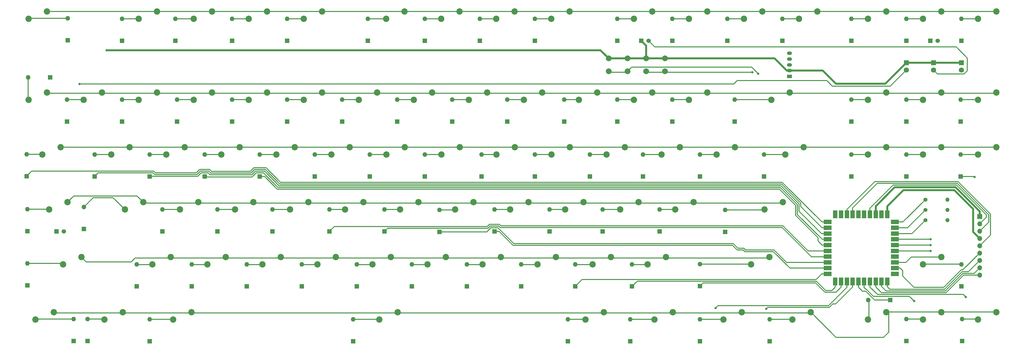
<source format=gtl>
%TF.GenerationSoftware,KiCad,Pcbnew,(6.0.5)*%
%TF.CreationDate,2022-06-03T16:12:07-04:00*%
%TF.ProjectId,Rabid,52616269-642e-46b6-9963-61645f706362,rev?*%
%TF.SameCoordinates,Original*%
%TF.FileFunction,Copper,L1,Top*%
%TF.FilePolarity,Positive*%
%FSLAX46Y46*%
G04 Gerber Fmt 4.6, Leading zero omitted, Abs format (unit mm)*
G04 Created by KiCad (PCBNEW (6.0.5)) date 2022-06-03 16:12:07*
%MOMM*%
%LPD*%
G01*
G04 APERTURE LIST*
G04 Aperture macros list*
%AMRoundRect*
0 Rectangle with rounded corners*
0 $1 Rounding radius*
0 $2 $3 $4 $5 $6 $7 $8 $9 X,Y pos of 4 corners*
0 Add a 4 corners polygon primitive as box body*
4,1,4,$2,$3,$4,$5,$6,$7,$8,$9,$2,$3,0*
0 Add four circle primitives for the rounded corners*
1,1,$1+$1,$2,$3*
1,1,$1+$1,$4,$5*
1,1,$1+$1,$6,$7*
1,1,$1+$1,$8,$9*
0 Add four rect primitives between the rounded corners*
20,1,$1+$1,$2,$3,$4,$5,0*
20,1,$1+$1,$4,$5,$6,$7,0*
20,1,$1+$1,$6,$7,$8,$9,0*
20,1,$1+$1,$8,$9,$2,$3,0*%
G04 Aperture macros list end*
%TA.AperFunction,ComponentPad*%
%ADD10C,2.200000*%
%TD*%
%TA.AperFunction,ComponentPad*%
%ADD11R,1.600000X1.600000*%
%TD*%
%TA.AperFunction,ComponentPad*%
%ADD12O,1.600000X1.600000*%
%TD*%
%TA.AperFunction,SMDPad,CuDef*%
%ADD13R,2.800000X1.500000*%
%TD*%
%TA.AperFunction,ComponentPad*%
%ADD14C,1.350000*%
%TD*%
%TA.AperFunction,ComponentPad*%
%ADD15O,1.350000X1.350000*%
%TD*%
%TA.AperFunction,SMDPad,CuDef*%
%ADD16R,1.500000X2.800000*%
%TD*%
%TA.AperFunction,ComponentPad*%
%ADD17R,1.524000X1.524000*%
%TD*%
%TA.AperFunction,ComponentPad*%
%ADD18C,1.524000*%
%TD*%
%TA.AperFunction,ComponentPad*%
%ADD19R,1.800000X1.800000*%
%TD*%
%TA.AperFunction,ComponentPad*%
%ADD20C,1.800000*%
%TD*%
%TA.AperFunction,ComponentPad*%
%ADD21C,1.400000*%
%TD*%
%TA.AperFunction,ComponentPad*%
%ADD22O,1.400000X1.400000*%
%TD*%
%TA.AperFunction,ComponentPad*%
%ADD23R,1.700000X1.700000*%
%TD*%
%TA.AperFunction,ComponentPad*%
%ADD24O,1.700000X1.700000*%
%TD*%
%TA.AperFunction,ComponentPad*%
%ADD25C,2.000000*%
%TD*%
%TA.AperFunction,ComponentPad*%
%ADD26RoundRect,0.250000X0.625000X-0.350000X0.625000X0.350000X-0.625000X0.350000X-0.625000X-0.350000X0*%
%TD*%
%TA.AperFunction,ComponentPad*%
%ADD27O,1.750000X1.200000*%
%TD*%
%TA.AperFunction,ViaPad*%
%ADD28C,0.800000*%
%TD*%
%TA.AperFunction,Conductor*%
%ADD29C,0.300000*%
%TD*%
%TA.AperFunction,Conductor*%
%ADD30C,0.700000*%
%TD*%
G04 APERTURE END LIST*
D10*
%TO.P,SW72,1,1*%
%TO.N,Row0*%
X266852400Y-184861200D03*
%TO.P,SW72,2,2*%
%TO.N,Net-(D72-Pad2)*%
X260502400Y-187401200D03*
%TD*%
D11*
%TO.P,D13,1,K*%
%TO.N,ColC*%
X76200000Y-90678000D03*
D12*
%TO.P,D13,2,A*%
%TO.N,Net-(D13-Pad2)*%
X76200000Y-83058000D03*
%TD*%
D11*
%TO.P,D99,1,K*%
%TO.N,ColQ*%
X366522000Y-137795000D03*
D12*
%TO.P,D99,2,A*%
%TO.N,Net-(D99-Pad2)*%
X366522000Y-130175000D03*
%TD*%
D13*
%TO.P,U1,1,GPIO0*%
%TO.N,ColA*%
X320455000Y-153560000D03*
D14*
X321105000Y-153560000D03*
D13*
%TO.P,U1,2,GPIO1*%
%TO.N,ColB*%
X320455000Y-155560000D03*
D15*
X321105000Y-155560000D03*
%TO.P,U1,3,GPIO2*%
%TO.N,ColC*%
X321105000Y-157560000D03*
D13*
X320455000Y-157560000D03*
%TO.P,U1,4,GPIO3*%
%TO.N,ColD*%
X320455000Y-159560000D03*
D15*
X321105000Y-159560000D03*
D13*
%TO.P,U1,5,GPIO4*%
%TO.N,ColE*%
X320455000Y-161560000D03*
D15*
X321105000Y-161560000D03*
%TO.P,U1,6,GPIO5*%
%TO.N,ColF*%
X321105000Y-163560000D03*
D13*
X320455000Y-163560000D03*
D15*
%TO.P,U1,7,GPIO6*%
%TO.N,ColG*%
X321105000Y-165560000D03*
D13*
X320455000Y-165560000D03*
D15*
%TO.P,U1,8,GPIO7*%
%TO.N,ColH*%
X321105000Y-167560000D03*
D13*
X320455000Y-167560000D03*
D15*
%TO.P,U1,9,GPIO8*%
%TO.N,ColI*%
X321105000Y-169560000D03*
D13*
X320455000Y-169560000D03*
D15*
%TO.P,U1,10,GPIO9*%
%TO.N,ColJ*%
X321105000Y-171560000D03*
D13*
X320455000Y-171560000D03*
D15*
%TO.P,U1,11,GPIO10*%
%TO.N,ColK*%
X323105000Y-173560000D03*
D16*
X323105000Y-174210000D03*
%TO.P,U1,12,GPIO11*%
%TO.N,ColL*%
X325105000Y-174210000D03*
D15*
X325105000Y-173560000D03*
D16*
%TO.P,U1,13,GPIO12*%
%TO.N,ColM*%
X327105000Y-174210000D03*
D15*
X327105000Y-173560000D03*
%TO.P,U1,14,GPIO13*%
%TO.N,ColN*%
X329105000Y-173560000D03*
D16*
X329105000Y-174210000D03*
%TO.P,U1,15,GPIO14*%
%TO.N,ColO*%
X331105000Y-174210000D03*
D15*
X331105000Y-173560000D03*
D16*
%TO.P,U1,16,GPIO15*%
%TO.N,ColP*%
X333105000Y-174210000D03*
D15*
X333105000Y-173560000D03*
D16*
%TO.P,U1,17,GPIO16*%
%TO.N,ColQ*%
X335105000Y-174210000D03*
D15*
X335105000Y-173560000D03*
D16*
%TO.P,U1,18,GPIO17*%
%TO.N,/GPIO17*%
X337105000Y-174210000D03*
D15*
X337105000Y-173560000D03*
%TO.P,U1,19,GPIO18*%
%TO.N,/GPIO18*%
X339105000Y-173560000D03*
D16*
X339105000Y-174210000D03*
D15*
%TO.P,U1,20,GPIO19*%
%TO.N,/GPIO19*%
X341105000Y-173560000D03*
D16*
X341105000Y-174210000D03*
D15*
%TO.P,U1,21,GPIO20*%
%TO.N,Row0*%
X343105000Y-171560000D03*
D13*
X343755000Y-171560000D03*
D15*
%TO.P,U1,22,GPIO21*%
%TO.N,/GPIO21*%
X343105000Y-169560000D03*
D13*
X343755000Y-169560000D03*
D15*
%TO.P,U1,23,GPIO22*%
%TO.N,Row1*%
X343105000Y-167560000D03*
D13*
X343755000Y-167560000D03*
%TO.P,U1,24,GPIO23*%
%TO.N,Row2*%
X343755000Y-165560000D03*
D15*
X343105000Y-165560000D03*
%TO.P,U1,25,GPIO24*%
%TO.N,Row3*%
X343105000Y-163560000D03*
D13*
X343755000Y-163560000D03*
%TO.P,U1,26,GPIO25*%
%TO.N,Row4*%
X343755000Y-161560000D03*
D15*
X343105000Y-161560000D03*
D13*
%TO.P,U1,27,GPIO26*%
%TO.N,Row5*%
X343755000Y-159560000D03*
D15*
X343105000Y-159560000D03*
%TO.P,U1,28,GPIO27*%
%TO.N,/ScrollLED_GPIO*%
X343105000Y-157560000D03*
D13*
X343755000Y-157560000D03*
D15*
%TO.P,U1,29,GPIO28*%
%TO.N,/MetaLED_GPIO*%
X343105000Y-155560000D03*
D13*
X343755000Y-155560000D03*
%TO.P,U1,30,GPIO29*%
%TO.N,/CapsLED_GPIO*%
X343755000Y-153560000D03*
D15*
X343105000Y-153560000D03*
D16*
%TO.P,U1,31,GND*%
%TO.N,GND*%
X341105000Y-150910000D03*
D15*
X341105000Y-151560000D03*
D16*
%TO.P,U1,32,VBAT*%
%TO.N,unconnected-(U1-Pad32)*%
X339105000Y-150910000D03*
D15*
X339105000Y-151560000D03*
%TO.P,U1,33,5V*%
%TO.N,+5V*%
X337105000Y-151560000D03*
D16*
X337105000Y-150910000D03*
%TO.P,U1,34,3.3V*%
%TO.N,+3V3*%
X335105000Y-150910000D03*
D15*
X335105000Y-151560000D03*
D16*
%TO.P,U1,35,USB_D-*%
%TO.N,/USB_D-*%
X333105000Y-150910000D03*
D15*
X333105000Y-151560000D03*
D16*
%TO.P,U1,36,USB_D+*%
%TO.N,/USB_D+*%
X331105000Y-150910000D03*
D15*
X331105000Y-151560000D03*
D16*
%TO.P,U1,37,SWDIO*%
%TO.N,/SWDIO*%
X329105000Y-150910000D03*
D15*
X329105000Y-151560000D03*
%TO.P,U1,38,SWCLK*%
%TO.N,/SWCLK*%
X327105000Y-151560000D03*
D16*
X327105000Y-150910000D03*
D15*
%TO.P,U1,39,~{RESET}*%
%TO.N,/~{RESET}*%
X325105000Y-151560000D03*
D16*
X325105000Y-150910000D03*
D15*
%TO.P,U1,40,BOOTSEL*%
%TO.N,/BOOTSEL*%
X323105000Y-151560000D03*
D16*
X323105000Y-150910000D03*
%TD*%
D10*
%TO.P,SW91,1,1*%
%TO.N,Row5*%
X359791000Y-80518000D03*
%TO.P,SW91,2,2*%
%TO.N,Net-(D91-Pad2)*%
X353441000Y-83058000D03*
D17*
%TO.P,SW91,3,K*%
%TO.N,GND*%
X355981000Y-90678000D03*
D18*
%TO.P,SW91,4,A*%
%TO.N,/ScrollLED*%
X358521000Y-90678000D03*
%TD*%
D10*
%TO.P,SW18,1,1*%
%TO.N,Row0*%
X100203000Y-184861200D03*
%TO.P,SW18,2,2*%
%TO.N,Net-(D18-Pad2)*%
X93853000Y-187401200D03*
%TD*%
D11*
%TO.P,D102,1,K*%
%TO.N,ColQ*%
X367030000Y-194818000D03*
D12*
%TO.P,D102,2,A*%
%TO.N,Net-(D102-Pad2)*%
X367030000Y-187198000D03*
%TD*%
D10*
%TO.P,SW4,1,1*%
%TO.N,Row2*%
X57302400Y-146710400D03*
%TO.P,SW4,2,2*%
%TO.N,Net-(D4-Pad2)*%
X50952400Y-149250400D03*
D17*
%TO.P,SW4,3,K*%
%TO.N,GND*%
X53492400Y-156870400D03*
D18*
%TO.P,SW4,4,A*%
%TO.N,/CapsLED*%
X56032400Y-156870400D03*
%TD*%
D11*
%TO.P,D8,1,K*%
%TO.N,ColB*%
X57150000Y-118745000D03*
D12*
%TO.P,D8,2,A*%
%TO.N,Net-(D8-Pad2)*%
X57150000Y-111125000D03*
%TD*%
D10*
%TO.P,SW68,1,1*%
%TO.N,Row4*%
X259740400Y-108635800D03*
%TO.P,SW68,2,2*%
%TO.N,Net-(D68-Pad2)*%
X253390400Y-111175800D03*
%TD*%
%TO.P,SW40,1,1*%
%TO.N,Row2*%
X178765200Y-146710400D03*
%TO.P,SW40,2,2*%
%TO.N,Net-(D40-Pad2)*%
X172415200Y-149250400D03*
%TD*%
%TO.P,SW59,1,1*%
%TO.N,Row1*%
X245440200Y-165735000D03*
%TO.P,SW59,2,2*%
%TO.N,Net-(D59-Pad2)*%
X239090200Y-168275000D03*
%TD*%
%TO.P,SW17,1,1*%
%TO.N,Row1*%
X112090200Y-165735000D03*
%TO.P,SW17,2,2*%
%TO.N,Net-(D17-Pad2)*%
X105740200Y-168275000D03*
%TD*%
D11*
%TO.P,D34,1,K*%
%TO.N,ColF*%
X147955000Y-156845000D03*
D12*
%TO.P,D34,2,A*%
%TO.N,Net-(D34-Pad2)*%
X147955000Y-149225000D03*
%TD*%
D11*
%TO.P,D5,1,K*%
%TO.N,ColA*%
X43434000Y-175514000D03*
D12*
%TO.P,D5,2,A*%
%TO.N,Net-(D5-Pad2)*%
X43434000Y-167894000D03*
%TD*%
D11*
%TO.P,D29,1,K*%
%TO.N,ColE*%
X138430000Y-175895000D03*
D12*
%TO.P,D29,2,A*%
%TO.N,Net-(D29-Pad2)*%
X138430000Y-168275000D03*
%TD*%
D11*
%TO.P,D42,1,K*%
%TO.N,ColG*%
X156210000Y-194945000D03*
D12*
%TO.P,D42,2,A*%
%TO.N,Net-(D42-Pad2)*%
X156210000Y-187325000D03*
%TD*%
D10*
%TO.P,SW99,1,1*%
%TO.N,Row3*%
X378891800Y-127635000D03*
%TO.P,SW99,2,2*%
%TO.N,Net-(D99-Pad2)*%
X372541800Y-130175000D03*
%TD*%
%TO.P,SW5,1,1*%
%TO.N,Row1*%
X62103000Y-165735000D03*
%TO.P,SW5,2,2*%
%TO.N,Net-(D5-Pad2)*%
X55753000Y-168275000D03*
%TD*%
%TO.P,SW35,1,1*%
%TO.N,Row1*%
X169240200Y-165735000D03*
%TO.P,SW35,2,2*%
%TO.N,Net-(D35-Pad2)*%
X162890200Y-168275000D03*
%TD*%
%TO.P,SW58,1,1*%
%TO.N,Row2*%
X235915200Y-146710400D03*
%TO.P,SW58,2,2*%
%TO.N,Net-(D58-Pad2)*%
X229565200Y-149250400D03*
%TD*%
%TO.P,SW25,1,1*%
%TO.N,Row5*%
X126365000Y-80518000D03*
%TO.P,SW25,2,2*%
%TO.N,Net-(D25-Pad2)*%
X120015000Y-83058000D03*
%TD*%
D11*
%TO.P,D49,1,K*%
%TO.N,ColI*%
X200025000Y-90678000D03*
D12*
%TO.P,D49,2,A*%
%TO.N,Net-(D49-Pad2)*%
X200025000Y-83058000D03*
%TD*%
D11*
%TO.P,D67,1,K*%
%TO.N,ColL*%
X266700000Y-90678000D03*
D12*
%TO.P,D67,2,A*%
%TO.N,Net-(D67-Pad2)*%
X266700000Y-83058000D03*
%TD*%
D11*
%TO.P,D15,1,K*%
%TO.N,ColC*%
X85725000Y-137795000D03*
D12*
%TO.P,D15,2,A*%
%TO.N,Net-(D15-Pad2)*%
X85725000Y-130175000D03*
%TD*%
D10*
%TO.P,SW46,1,1*%
%TO.N,Row2*%
X197815200Y-146710400D03*
%TO.P,SW46,2,2*%
%TO.N,Net-(D46-Pad2)*%
X191465200Y-149250400D03*
%TD*%
D19*
%TO.P,D104,1,K*%
%TO.N,GND*%
X347726000Y-98293000D03*
D20*
%TO.P,D104,2,A*%
%TO.N,/CapsLED*%
X347726000Y-100833000D03*
%TD*%
D10*
%TO.P,SW2,1,1*%
%TO.N,Row4*%
X50165000Y-108635800D03*
%TO.P,SW2,2,2*%
%TO.N,Net-(D2-Pad2)*%
X43815000Y-111175800D03*
%TD*%
%TO.P,SW19,1,1*%
%TO.N,Row5*%
X107315000Y-80518000D03*
%TO.P,SW19,2,2*%
%TO.N,Net-(D19-Pad2)*%
X100965000Y-83058000D03*
%TD*%
D11*
%TO.P,D27,1,K*%
%TO.N,ColE*%
X123825000Y-137795000D03*
D12*
%TO.P,D27,2,A*%
%TO.N,Net-(D27-Pad2)*%
X123825000Y-130175000D03*
%TD*%
D10*
%TO.P,SW11,1,1*%
%TO.N,Row1*%
X93040200Y-165735000D03*
%TO.P,SW11,2,2*%
%TO.N,Net-(D11-Pad2)*%
X86690200Y-168275000D03*
%TD*%
D11*
%TO.P,D44,1,K*%
%TO.N,ColH*%
X171450000Y-118745000D03*
D12*
%TO.P,D44,2,A*%
%TO.N,Net-(D44-Pad2)*%
X171450000Y-111125000D03*
%TD*%
D11*
%TO.P,D28,1,K*%
%TO.N,ColE*%
X128270000Y-156845000D03*
D12*
%TO.P,D28,2,A*%
%TO.N,Net-(D28-Pad2)*%
X128270000Y-149225000D03*
%TD*%
D10*
%TO.P,SW75,1,1*%
%TO.N,Row3*%
X288340800Y-127635000D03*
%TO.P,SW75,2,2*%
%TO.N,Net-(D75-Pad2)*%
X281990800Y-130175000D03*
%TD*%
%TO.P,SW80,1,1*%
%TO.N,Row4*%
X307365400Y-108635800D03*
%TO.P,SW80,2,2*%
%TO.N,Net-(D80-Pad2)*%
X301015400Y-111175800D03*
%TD*%
D11*
%TO.P,D41,1,K*%
%TO.N,ColG*%
X176530000Y-175895000D03*
D12*
%TO.P,D41,2,A*%
%TO.N,Net-(D41-Pad2)*%
X176530000Y-168275000D03*
%TD*%
D11*
%TO.P,D62,1,K*%
%TO.N,ColK*%
X229235000Y-118745000D03*
D12*
%TO.P,D62,2,A*%
%TO.N,Net-(D62-Pad2)*%
X229235000Y-111125000D03*
%TD*%
D21*
%TO.P,R1,1*%
%TO.N,/ScrollLED_GPIO*%
X354330000Y-152908000D03*
D22*
%TO.P,R1,2*%
%TO.N,/ScrollLED*%
X361950000Y-152908000D03*
%TD*%
D11*
%TO.P,D64,1,K*%
%TO.N,ColK*%
X242570000Y-156845000D03*
D12*
%TO.P,D64,2,A*%
%TO.N,Net-(D64-Pad2)*%
X242570000Y-149225000D03*
%TD*%
D11*
%TO.P,D65,1,K*%
%TO.N,ColK*%
X252730000Y-175895000D03*
D12*
%TO.P,D65,2,A*%
%TO.N,Net-(D65-Pad2)*%
X252730000Y-168275000D03*
%TD*%
D11*
%TO.P,D50,1,K*%
%TO.N,ColI*%
X190500000Y-118745000D03*
D12*
%TO.P,D50,2,A*%
%TO.N,Net-(D50-Pad2)*%
X190500000Y-111125000D03*
%TD*%
D11*
%TO.P,D61,1,K*%
%TO.N,ColK*%
X247650000Y-90678000D03*
D12*
%TO.P,D61,2,A*%
%TO.N,Net-(D61-Pad2)*%
X247650000Y-83058000D03*
%TD*%
D10*
%TO.P,SW32,1,1*%
%TO.N,Row4*%
X145440400Y-108635800D03*
%TO.P,SW32,2,2*%
%TO.N,Net-(D32-Pad2)*%
X139090400Y-111175800D03*
%TD*%
D11*
%TO.P,D90,1,K*%
%TO.N,ColO*%
X342138000Y-180594000D03*
D12*
%TO.P,D90,2,A*%
%TO.N,Net-(D90-Pad2)*%
X334518000Y-180594000D03*
%TD*%
D10*
%TO.P,SW27,1,1*%
%TO.N,Row3*%
X135940800Y-127635000D03*
%TO.P,SW27,2,2*%
%TO.N,Net-(D27-Pad2)*%
X129590800Y-130175000D03*
%TD*%
D11*
%TO.P,D80,1,K*%
%TO.N,ColN*%
X288290000Y-118745000D03*
D12*
%TO.P,D80,2,A*%
%TO.N,Net-(D80-Pad2)*%
X288290000Y-111125000D03*
%TD*%
D11*
%TO.P,D81,1,K*%
%TO.N,ColN*%
X298450000Y-137795000D03*
D12*
%TO.P,D81,2,A*%
%TO.N,Net-(D81-Pad2)*%
X298450000Y-130175000D03*
%TD*%
D11*
%TO.P,D22,1,K*%
%TO.N,ColD*%
X109220000Y-156845000D03*
D12*
%TO.P,D22,2,A*%
%TO.N,Net-(D22-Pad2)*%
X109220000Y-149225000D03*
%TD*%
D11*
%TO.P,D68,1,K*%
%TO.N,ColL*%
X247650000Y-118745000D03*
D12*
%TO.P,D68,2,A*%
%TO.N,Net-(D68-Pad2)*%
X247650000Y-111125000D03*
%TD*%
D11*
%TO.P,D31,1,K*%
%TO.N,ColF*%
X133350000Y-90678000D03*
D12*
%TO.P,D31,2,A*%
%TO.N,Net-(D31-Pad2)*%
X133350000Y-83058000D03*
%TD*%
D10*
%TO.P,SW62,1,1*%
%TO.N,Row4*%
X240690400Y-108635800D03*
%TO.P,SW62,2,2*%
%TO.N,Net-(D62-Pad2)*%
X234340400Y-111175800D03*
%TD*%
D11*
%TO.P,D52,1,K*%
%TO.N,ColI*%
X205105000Y-156845000D03*
D12*
%TO.P,D52,2,A*%
%TO.N,Net-(D52-Pad2)*%
X205105000Y-149225000D03*
%TD*%
D10*
%TO.P,SW76,1,1*%
%TO.N,Row2*%
X304952400Y-146710400D03*
%TO.P,SW76,2,2*%
%TO.N,Net-(D76-Pad2)*%
X298602400Y-149250400D03*
%TD*%
D11*
%TO.P,D9,1,K*%
%TO.N,ColB*%
X66675000Y-137795000D03*
D12*
%TO.P,D9,2,A*%
%TO.N,Net-(D9-Pad2)*%
X66675000Y-130175000D03*
%TD*%
D10*
%TO.P,SW70,1,1*%
%TO.N,Row2*%
X274015200Y-146710400D03*
%TO.P,SW70,2,2*%
%TO.N,Net-(D70-Pad2)*%
X267665200Y-149250400D03*
%TD*%
%TO.P,SW61,1,1*%
%TO.N,Row5*%
X259715000Y-80518000D03*
%TO.P,SW61,2,2*%
%TO.N,Net-(D61-Pad2)*%
X253365000Y-83058000D03*
D17*
%TO.P,SW61,3,K*%
%TO.N,GND*%
X255905000Y-90678000D03*
D18*
%TO.P,SW61,4,A*%
%TO.N,/MetaLED*%
X258445000Y-90678000D03*
%TD*%
D11*
%TO.P,D39,1,K*%
%TO.N,ColG*%
X161925000Y-137795000D03*
D12*
%TO.P,D39,2,A*%
%TO.N,Net-(D39-Pad2)*%
X161925000Y-130175000D03*
%TD*%
D11*
%TO.P,D32,1,K*%
%TO.N,ColF*%
X133350000Y-118745000D03*
D12*
%TO.P,D32,2,A*%
%TO.N,Net-(D32-Pad2)*%
X133350000Y-111125000D03*
%TD*%
D10*
%TO.P,SW96,1,1*%
%TO.N,Row0*%
X359791000Y-184861200D03*
%TO.P,SW96,2,2*%
%TO.N,Net-(D96-Pad2)*%
X353441000Y-187401200D03*
%TD*%
%TO.P,SW90,1,1*%
%TO.N,Row0*%
X340741000Y-184861200D03*
%TO.P,SW90,2,2*%
%TO.N,Net-(D90-Pad2)*%
X334391000Y-187401200D03*
%TD*%
D11*
%TO.P,D40,1,K*%
%TO.N,ColG*%
X167005000Y-156845000D03*
D12*
%TO.P,D40,2,A*%
%TO.N,Net-(D40-Pad2)*%
X167005000Y-149225000D03*
%TD*%
D10*
%TO.P,SW6,1,1*%
%TO.N,Row0*%
X52578000Y-184861200D03*
%TO.P,SW6,2,2*%
%TO.N,Net-(D6-Pad2)*%
X46228000Y-187401200D03*
%TD*%
%TO.P,SW1,1,1*%
%TO.N,Row5*%
X50165000Y-80518000D03*
%TO.P,SW1,2,2*%
%TO.N,Net-(D1-Pad2)*%
X43815000Y-83058000D03*
%TD*%
D11*
%TO.P,D18,1,K*%
%TO.N,ColC*%
X85725000Y-194945000D03*
D12*
%TO.P,D18,2,A*%
%TO.N,Net-(D18-Pad2)*%
X85725000Y-187325000D03*
%TD*%
D11*
%TO.P,D59,1,K*%
%TO.N,ColJ*%
X233045000Y-175895000D03*
D12*
%TO.P,D59,2,A*%
%TO.N,Net-(D59-Pad2)*%
X233045000Y-168275000D03*
%TD*%
D11*
%TO.P,D72,1,K*%
%TO.N,ColL*%
X252095000Y-194945000D03*
D12*
%TO.P,D72,2,A*%
%TO.N,Net-(D72-Pad2)*%
X252095000Y-187325000D03*
%TD*%
D10*
%TO.P,SW63,1,1*%
%TO.N,Row3*%
X250240800Y-127635000D03*
%TO.P,SW63,2,2*%
%TO.N,Net-(D63-Pad2)*%
X243890800Y-130175000D03*
%TD*%
%TO.P,SW52,1,1*%
%TO.N,Row2*%
X216865200Y-146710400D03*
%TO.P,SW52,2,2*%
%TO.N,Net-(D52-Pad2)*%
X210515200Y-149250400D03*
%TD*%
D11*
%TO.P,D97,1,K*%
%TO.N,ColQ*%
X366776000Y-90678000D03*
D12*
%TO.P,D97,2,A*%
%TO.N,Net-(D97-Pad2)*%
X366776000Y-83058000D03*
%TD*%
D11*
%TO.P,D45,1,K*%
%TO.N,ColH*%
X180975000Y-137795000D03*
D12*
%TO.P,D45,2,A*%
%TO.N,Net-(D45-Pad2)*%
X180975000Y-130175000D03*
%TD*%
D21*
%TO.P,R3,1*%
%TO.N,/CapsLED_GPIO*%
X354330000Y-145796000D03*
D22*
%TO.P,R3,2*%
%TO.N,/CapsLED*%
X361950000Y-145796000D03*
%TD*%
D10*
%TO.P,SW95,1,1*%
%TO.N,Row1*%
X359791000Y-165735000D03*
%TO.P,SW95,2,2*%
%TO.N,Net-(D95-Pad2)*%
X353441000Y-168275000D03*
%TD*%
%TO.P,SW45,1,1*%
%TO.N,Row3*%
X193090800Y-127635000D03*
%TO.P,SW45,2,2*%
%TO.N,Net-(D45-Pad2)*%
X186740800Y-130175000D03*
%TD*%
D11*
%TO.P,D2,1,K*%
%TO.N,ColA*%
X51308000Y-103378000D03*
D12*
%TO.P,D2,2,A*%
%TO.N,Net-(D2-Pad2)*%
X43688000Y-103378000D03*
%TD*%
D11*
%TO.P,D92,1,K*%
%TO.N,ColP*%
X347726000Y-118745000D03*
D12*
%TO.P,D92,2,A*%
%TO.N,Net-(D92-Pad2)*%
X347726000Y-111125000D03*
%TD*%
D11*
%TO.P,D20,1,K*%
%TO.N,ColD*%
X95250000Y-118745000D03*
D12*
%TO.P,D20,2,A*%
%TO.N,Net-(D20-Pad2)*%
X95250000Y-111125000D03*
%TD*%
D10*
%TO.P,SW64,1,1*%
%TO.N,Row2*%
X254965200Y-146710400D03*
%TO.P,SW64,2,2*%
%TO.N,Net-(D64-Pad2)*%
X248615200Y-149250400D03*
%TD*%
%TO.P,SW41,1,1*%
%TO.N,Row1*%
X188290200Y-165735000D03*
%TO.P,SW41,2,2*%
%TO.N,Net-(D41-Pad2)*%
X181940200Y-168275000D03*
%TD*%
%TO.P,SW69,1,1*%
%TO.N,Row3*%
X269290800Y-127635000D03*
%TO.P,SW69,2,2*%
%TO.N,Net-(D69-Pad2)*%
X262940800Y-130175000D03*
%TD*%
%TO.P,SW53,1,1*%
%TO.N,Row1*%
X226390200Y-165735000D03*
%TO.P,SW53,2,2*%
%TO.N,Net-(D53-Pad2)*%
X220040200Y-168275000D03*
%TD*%
%TO.P,SW78,1,1*%
%TO.N,Row0*%
X290703000Y-184861200D03*
%TO.P,SW78,2,2*%
%TO.N,Net-(D78-Pad2)*%
X284353000Y-187401200D03*
%TD*%
D11*
%TO.P,D69,1,K*%
%TO.N,ColL*%
X256540000Y-137795000D03*
D12*
%TO.P,D69,2,A*%
%TO.N,Net-(D69-Pad2)*%
X256540000Y-130175000D03*
%TD*%
D11*
%TO.P,D47,1,K*%
%TO.N,ColH*%
X195580000Y-175895000D03*
D12*
%TO.P,D47,2,A*%
%TO.N,Net-(D47-Pad2)*%
X195580000Y-168275000D03*
%TD*%
D10*
%TO.P,SW79,1,1*%
%TO.N,Row5*%
X316865000Y-80518000D03*
%TO.P,SW79,2,2*%
%TO.N,Net-(D79-Pad2)*%
X310515000Y-83058000D03*
%TD*%
%TO.P,SW26,1,1*%
%TO.N,Row4*%
X126390400Y-108635800D03*
%TO.P,SW26,2,2*%
%TO.N,Net-(D26-Pad2)*%
X120040400Y-111175800D03*
%TD*%
%TO.P,SW21,1,1*%
%TO.N,Row3*%
X116890800Y-127635000D03*
%TO.P,SW21,2,2*%
%TO.N,Net-(D21-Pad2)*%
X110540800Y-130175000D03*
%TD*%
%TO.P,SW56,1,1*%
%TO.N,Row4*%
X221640400Y-108635800D03*
%TO.P,SW56,2,2*%
%TO.N,Net-(D56-Pad2)*%
X215290400Y-111175800D03*
%TD*%
D11*
%TO.P,D58,1,K*%
%TO.N,ColJ*%
X224155000Y-156845000D03*
D12*
%TO.P,D58,2,A*%
%TO.N,Net-(D58-Pad2)*%
X224155000Y-149225000D03*
%TD*%
D11*
%TO.P,D23,1,K*%
%TO.N,ColD*%
X119380000Y-175895000D03*
D12*
%TO.P,D23,2,A*%
%TO.N,Net-(D23-Pad2)*%
X119380000Y-168275000D03*
%TD*%
D19*
%TO.P,D106,1,K*%
%TO.N,GND*%
X366776000Y-98298000D03*
D20*
%TO.P,D106,2,A*%
%TO.N,/ScrollLED*%
X366776000Y-100838000D03*
%TD*%
D11*
%TO.P,D33,1,K*%
%TO.N,ColF*%
X142875000Y-137795000D03*
D12*
%TO.P,D33,2,A*%
%TO.N,Net-(D33-Pad2)*%
X142875000Y-130175000D03*
%TD*%
D11*
%TO.P,D96,1,K*%
%TO.N,ColP*%
X347726000Y-194818000D03*
D12*
%TO.P,D96,2,A*%
%TO.N,Net-(D96-Pad2)*%
X347726000Y-187198000D03*
%TD*%
D11*
%TO.P,D86,1,K*%
%TO.N,ColO*%
X328676000Y-118745000D03*
D12*
%TO.P,D86,2,A*%
%TO.N,Net-(D86-Pad2)*%
X328676000Y-111125000D03*
%TD*%
D10*
%TO.P,SW66,1,1*%
%TO.N,Row0*%
X242976400Y-184861200D03*
%TO.P,SW66,2,2*%
%TO.N,Net-(D66-Pad2)*%
X236626400Y-187401200D03*
%TD*%
D11*
%TO.P,D16,1,K*%
%TO.N,ColC*%
X90170000Y-156845000D03*
D12*
%TO.P,D16,2,A*%
%TO.N,Net-(D16-Pad2)*%
X90170000Y-149225000D03*
%TD*%
D10*
%TO.P,SW85,1,1*%
%TO.N,Row5*%
X340741000Y-80518000D03*
%TO.P,SW85,2,2*%
%TO.N,Net-(D85-Pad2)*%
X334391000Y-83058000D03*
%TD*%
D11*
%TO.P,D3,1,K*%
%TO.N,ColA*%
X43180000Y-137668000D03*
D12*
%TO.P,D3,2,A*%
%TO.N,Net-(D3-Pad2)*%
X43180000Y-130048000D03*
%TD*%
D11*
%TO.P,D76,1,K*%
%TO.N,ColM*%
X284988000Y-156972000D03*
D12*
%TO.P,D76,2,A*%
%TO.N,Net-(D76-Pad2)*%
X284988000Y-149352000D03*
%TD*%
D11*
%TO.P,D85,1,K*%
%TO.N,ColO*%
X328676000Y-90678000D03*
D12*
%TO.P,D85,2,A*%
%TO.N,Net-(D85-Pad2)*%
X328676000Y-83058000D03*
%TD*%
D11*
%TO.P,D74,1,K*%
%TO.N,ColM*%
X266700000Y-118745000D03*
D12*
%TO.P,D74,2,A*%
%TO.N,Net-(D74-Pad2)*%
X266700000Y-111125000D03*
%TD*%
D11*
%TO.P,D25,1,K*%
%TO.N,ColE*%
X114300000Y-90678000D03*
D12*
%TO.P,D25,2,A*%
%TO.N,Net-(D25-Pad2)*%
X114300000Y-83058000D03*
%TD*%
D11*
%TO.P,D93,1,K*%
%TO.N,ColP*%
X347726000Y-137795000D03*
D12*
%TO.P,D93,2,A*%
%TO.N,Net-(D93-Pad2)*%
X347726000Y-130175000D03*
%TD*%
D10*
%TO.P,SW73,1,1*%
%TO.N,Row5*%
X297815000Y-80518000D03*
%TO.P,SW73,2,2*%
%TO.N,Net-(D73-Pad2)*%
X291465000Y-83058000D03*
%TD*%
%TO.P,SW20,1,1*%
%TO.N,Row4*%
X107340400Y-108635800D03*
%TO.P,SW20,2,2*%
%TO.N,Net-(D20-Pad2)*%
X100990400Y-111175800D03*
%TD*%
D11*
%TO.P,D53,1,K*%
%TO.N,ColI*%
X214376000Y-175895000D03*
D12*
%TO.P,D53,2,A*%
%TO.N,Net-(D53-Pad2)*%
X214376000Y-168275000D03*
%TD*%
D10*
%TO.P,SW43,1,1*%
%TO.N,Row5*%
X193040000Y-80518000D03*
%TO.P,SW43,2,2*%
%TO.N,Net-(D43-Pad2)*%
X186690000Y-83058000D03*
%TD*%
D11*
%TO.P,D37,1,K*%
%TO.N,ColG*%
X161290000Y-90678000D03*
D12*
%TO.P,D37,2,A*%
%TO.N,Net-(D37-Pad2)*%
X161290000Y-83058000D03*
%TD*%
D10*
%TO.P,SW29,1,1*%
%TO.N,Row1*%
X150190200Y-165735000D03*
%TO.P,SW29,2,2*%
%TO.N,Net-(D29-Pad2)*%
X143840200Y-168275000D03*
%TD*%
D11*
%TO.P,D91,1,K*%
%TO.N,ColP*%
X347726000Y-90678000D03*
D12*
%TO.P,D91,2,A*%
%TO.N,Net-(D91-Pad2)*%
X347726000Y-83058000D03*
%TD*%
D11*
%TO.P,D12,1,K*%
%TO.N,ColB*%
X64262000Y-194818000D03*
D12*
%TO.P,D12,2,A*%
%TO.N,Net-(D12-Pad2)*%
X64262000Y-187198000D03*
%TD*%
D11*
%TO.P,D35,1,K*%
%TO.N,ColF*%
X157480000Y-175895000D03*
D12*
%TO.P,D35,2,A*%
%TO.N,Net-(D35-Pad2)*%
X157480000Y-168275000D03*
%TD*%
D11*
%TO.P,D17,1,K*%
%TO.N,ColC*%
X100330000Y-175895000D03*
D12*
%TO.P,D17,2,A*%
%TO.N,Net-(D17-Pad2)*%
X100330000Y-168275000D03*
%TD*%
D11*
%TO.P,D87,1,K*%
%TO.N,ColO*%
X328676000Y-137795000D03*
D12*
%TO.P,D87,2,A*%
%TO.N,Net-(D87-Pad2)*%
X328676000Y-130175000D03*
%TD*%
D11*
%TO.P,D55,1,K*%
%TO.N,ColJ*%
X219075000Y-90678000D03*
D12*
%TO.P,D55,2,A*%
%TO.N,Net-(D55-Pad2)*%
X219075000Y-83058000D03*
%TD*%
D21*
%TO.P,R2,1*%
%TO.N,/MetaLED_GPIO*%
X354330000Y-149352000D03*
D22*
%TO.P,R2,2*%
%TO.N,/MetaLED*%
X361950000Y-149352000D03*
%TD*%
D10*
%TO.P,SW31,1,1*%
%TO.N,Row5*%
X145415000Y-80518000D03*
%TO.P,SW31,2,2*%
%TO.N,Net-(D31-Pad2)*%
X139065000Y-83058000D03*
%TD*%
D11*
%TO.P,D66,1,K*%
%TO.N,ColK*%
X230505000Y-194945000D03*
D12*
%TO.P,D66,2,A*%
%TO.N,Net-(D66-Pad2)*%
X230505000Y-187325000D03*
%TD*%
D10*
%TO.P,SW74,1,1*%
%TO.N,Row4*%
X278790400Y-108635800D03*
%TO.P,SW74,2,2*%
%TO.N,Net-(D74-Pad2)*%
X272440400Y-111175800D03*
%TD*%
%TO.P,SW3,1,1*%
%TO.N,Row3*%
X54914800Y-127635000D03*
%TO.P,SW3,2,2*%
%TO.N,Net-(D3-Pad2)*%
X48564800Y-130175000D03*
%TD*%
D11*
%TO.P,D1,1,K*%
%TO.N,ColA*%
X57404000Y-90551000D03*
D12*
%TO.P,D1,2,A*%
%TO.N,Net-(D1-Pad2)*%
X57404000Y-82931000D03*
%TD*%
D10*
%TO.P,SW87,1,1*%
%TO.N,Row3*%
X340791800Y-127635000D03*
%TO.P,SW87,2,2*%
%TO.N,Net-(D87-Pad2)*%
X334441800Y-130175000D03*
%TD*%
%TO.P,SW23,1,1*%
%TO.N,Row1*%
X131140200Y-165735000D03*
%TO.P,SW23,2,2*%
%TO.N,Net-(D23-Pad2)*%
X124790200Y-168275000D03*
%TD*%
%TO.P,SW98,1,1*%
%TO.N,Row4*%
X378866400Y-108635800D03*
%TO.P,SW98,2,2*%
%TO.N,Net-(D98-Pad2)*%
X372516400Y-111175800D03*
%TD*%
%TO.P,SW44,1,1*%
%TO.N,Row4*%
X183540400Y-108635800D03*
%TO.P,SW44,2,2*%
%TO.N,Net-(D44-Pad2)*%
X177190400Y-111175800D03*
%TD*%
D11*
%TO.P,D43,1,K*%
%TO.N,ColH*%
X180975000Y-90678000D03*
D12*
%TO.P,D43,2,A*%
%TO.N,Net-(D43-Pad2)*%
X180975000Y-83058000D03*
%TD*%
D10*
%TO.P,SW86,1,1*%
%TO.N,Row4*%
X340766400Y-108635800D03*
%TO.P,SW86,2,2*%
%TO.N,Net-(D86-Pad2)*%
X334416400Y-111175800D03*
%TD*%
%TO.P,SW51,1,1*%
%TO.N,Row3*%
X212140800Y-127635000D03*
%TO.P,SW51,2,2*%
%TO.N,Net-(D51-Pad2)*%
X205790800Y-130175000D03*
%TD*%
D11*
%TO.P,D19,1,K*%
%TO.N,ColD*%
X94615000Y-90678000D03*
D12*
%TO.P,D19,2,A*%
%TO.N,Net-(D19-Pad2)*%
X94615000Y-83058000D03*
%TD*%
D10*
%TO.P,SW14,1,1*%
%TO.N,Row4*%
X88290400Y-108635800D03*
%TO.P,SW14,2,2*%
%TO.N,Net-(D14-Pad2)*%
X81940400Y-111175800D03*
%TD*%
%TO.P,SW84,1,1*%
%TO.N,Row0*%
X314579000Y-184861200D03*
%TO.P,SW84,2,2*%
%TO.N,Net-(D84-Pad2)*%
X308229000Y-187401200D03*
%TD*%
%TO.P,SW65,1,1*%
%TO.N,Row1*%
X264490200Y-165735000D03*
%TO.P,SW65,2,2*%
%TO.N,Net-(D65-Pad2)*%
X258140200Y-168275000D03*
%TD*%
D11*
%TO.P,D70,1,K*%
%TO.N,ColL*%
X262255000Y-156845000D03*
D12*
%TO.P,D70,2,A*%
%TO.N,Net-(D70-Pad2)*%
X262255000Y-149225000D03*
%TD*%
D10*
%TO.P,SW97,1,1*%
%TO.N,Row5*%
X378841000Y-80518000D03*
%TO.P,SW97,2,2*%
%TO.N,Net-(D97-Pad2)*%
X372491000Y-83058000D03*
%TD*%
%TO.P,SW38,1,1*%
%TO.N,Row4*%
X164490400Y-108635800D03*
%TO.P,SW38,2,2*%
%TO.N,Net-(D38-Pad2)*%
X158140400Y-111175800D03*
%TD*%
D11*
%TO.P,D11,1,K*%
%TO.N,ColB*%
X81280000Y-175895000D03*
D12*
%TO.P,D11,2,A*%
%TO.N,Net-(D11-Pad2)*%
X81280000Y-168275000D03*
%TD*%
D10*
%TO.P,SW102,1,1*%
%TO.N,Row0*%
X378841000Y-184861200D03*
%TO.P,SW102,2,2*%
%TO.N,Net-(D102-Pad2)*%
X372491000Y-187401200D03*
%TD*%
%TO.P,SW34,1,1*%
%TO.N,Row2*%
X159715200Y-146710400D03*
%TO.P,SW34,2,2*%
%TO.N,Net-(D34-Pad2)*%
X153365200Y-149250400D03*
%TD*%
%TO.P,SW37,1,1*%
%TO.N,Row5*%
X173990000Y-80518000D03*
%TO.P,SW37,2,2*%
%TO.N,Net-(D37-Pad2)*%
X167640000Y-83058000D03*
%TD*%
%TO.P,SW42,1,1*%
%TO.N,Row0*%
X171627800Y-184861200D03*
%TO.P,SW42,2,2*%
%TO.N,Net-(D42-Pad2)*%
X165277800Y-187401200D03*
%TD*%
D11*
%TO.P,D14,1,K*%
%TO.N,ColC*%
X76200000Y-118745000D03*
D12*
%TO.P,D14,2,A*%
%TO.N,Net-(D14-Pad2)*%
X76200000Y-111125000D03*
%TD*%
D11*
%TO.P,D10,1,K*%
%TO.N,ColB*%
X62992000Y-155956000D03*
D12*
%TO.P,D10,2,A*%
%TO.N,Net-(D10-Pad2)*%
X62992000Y-148336000D03*
%TD*%
D10*
%TO.P,SW33,1,1*%
%TO.N,Row3*%
X154990800Y-127635000D03*
%TO.P,SW33,2,2*%
%TO.N,Net-(D33-Pad2)*%
X148640800Y-130175000D03*
%TD*%
%TO.P,SW8,1,1*%
%TO.N,Row4*%
X69240400Y-108635800D03*
%TO.P,SW8,2,2*%
%TO.N,Net-(D8-Pad2)*%
X62890400Y-111175800D03*
%TD*%
D11*
%TO.P,D98,1,K*%
%TO.N,ColQ*%
X366522000Y-118745000D03*
D12*
%TO.P,D98,2,A*%
%TO.N,Net-(D98-Pad2)*%
X366522000Y-111125000D03*
%TD*%
D10*
%TO.P,SW16,1,1*%
%TO.N,Row2*%
X102565200Y-146710400D03*
%TO.P,SW16,2,2*%
%TO.N,Net-(D16-Pad2)*%
X96215200Y-149250400D03*
%TD*%
%TO.P,SW47,1,1*%
%TO.N,Row1*%
X207340200Y-165735000D03*
%TO.P,SW47,2,2*%
%TO.N,Net-(D47-Pad2)*%
X200990200Y-168275000D03*
%TD*%
D11*
%TO.P,D73,1,K*%
%TO.N,ColM*%
X285750000Y-90678000D03*
D12*
%TO.P,D73,2,A*%
%TO.N,Net-(D73-Pad2)*%
X285750000Y-83058000D03*
%TD*%
D10*
%TO.P,SW13,1,1*%
%TO.N,Row5*%
X88265000Y-80518000D03*
%TO.P,SW13,2,2*%
%TO.N,Net-(D13-Pad2)*%
X81915000Y-83058000D03*
%TD*%
D11*
%TO.P,D84,1,K*%
%TO.N,ColN*%
X300355000Y-194945000D03*
D12*
%TO.P,D84,2,A*%
%TO.N,Net-(D84-Pad2)*%
X300355000Y-187325000D03*
%TD*%
D11*
%TO.P,D57,1,K*%
%TO.N,ColJ*%
X219075000Y-137795000D03*
D12*
%TO.P,D57,2,A*%
%TO.N,Net-(D57-Pad2)*%
X219075000Y-130175000D03*
%TD*%
D11*
%TO.P,D95,1,K*%
%TO.N,ColP*%
X366776000Y-175895000D03*
D12*
%TO.P,D95,2,A*%
%TO.N,Net-(D95-Pad2)*%
X366776000Y-168275000D03*
%TD*%
D10*
%TO.P,SW50,1,1*%
%TO.N,Row4*%
X202590400Y-108635800D03*
%TO.P,SW50,2,2*%
%TO.N,Net-(D50-Pad2)*%
X196240400Y-111175800D03*
%TD*%
D11*
%TO.P,D46,1,K*%
%TO.N,ColH*%
X186055000Y-156972000D03*
D12*
%TO.P,D46,2,A*%
%TO.N,Net-(D46-Pad2)*%
X186055000Y-149352000D03*
%TD*%
D11*
%TO.P,D38,1,K*%
%TO.N,ColG*%
X152400000Y-118745000D03*
D12*
%TO.P,D38,2,A*%
%TO.N,Net-(D38-Pad2)*%
X152400000Y-111125000D03*
%TD*%
D10*
%TO.P,SW71,1,1*%
%TO.N,Row1*%
X300278800Y-165735000D03*
%TO.P,SW71,2,2*%
%TO.N,Net-(D71-Pad2)*%
X293928800Y-168275000D03*
%TD*%
D11*
%TO.P,D71,1,K*%
%TO.N,ColL*%
X276225000Y-175768000D03*
D12*
%TO.P,D71,2,A*%
%TO.N,Net-(D71-Pad2)*%
X276225000Y-168148000D03*
%TD*%
D10*
%TO.P,SW67,1,1*%
%TO.N,Row5*%
X278765000Y-80518000D03*
%TO.P,SW67,2,2*%
%TO.N,Net-(D67-Pad2)*%
X272415000Y-83058000D03*
%TD*%
%TO.P,SW15,1,1*%
%TO.N,Row3*%
X97840800Y-127635000D03*
%TO.P,SW15,2,2*%
%TO.N,Net-(D15-Pad2)*%
X91490800Y-130175000D03*
%TD*%
D11*
%TO.P,D6,1,K*%
%TO.N,ColA*%
X59436000Y-194818000D03*
D12*
%TO.P,D6,2,A*%
%TO.N,Net-(D6-Pad2)*%
X59436000Y-187198000D03*
%TD*%
D11*
%TO.P,D56,1,K*%
%TO.N,ColJ*%
X209550000Y-118745000D03*
D12*
%TO.P,D56,2,A*%
%TO.N,Net-(D56-Pad2)*%
X209550000Y-111125000D03*
%TD*%
D10*
%TO.P,SW10,1,1*%
%TO.N,Row2*%
X83515200Y-146710400D03*
%TO.P,SW10,2,2*%
%TO.N,Net-(D10-Pad2)*%
X77165200Y-149250400D03*
%TD*%
%TO.P,SW55,1,1*%
%TO.N,Row5*%
X231140000Y-80518000D03*
%TO.P,SW55,2,2*%
%TO.N,Net-(D55-Pad2)*%
X224790000Y-83058000D03*
%TD*%
D11*
%TO.P,D63,1,K*%
%TO.N,ColK*%
X238125000Y-137795000D03*
D12*
%TO.P,D63,2,A*%
%TO.N,Net-(D63-Pad2)*%
X238125000Y-130175000D03*
%TD*%
D10*
%TO.P,SW28,1,1*%
%TO.N,Row2*%
X140665200Y-146710400D03*
%TO.P,SW28,2,2*%
%TO.N,Net-(D28-Pad2)*%
X134315200Y-149250400D03*
%TD*%
%TO.P,SW12,1,1*%
%TO.N,Row0*%
X76403200Y-184861200D03*
%TO.P,SW12,2,2*%
%TO.N,Net-(D12-Pad2)*%
X70053200Y-187401200D03*
%TD*%
%TO.P,SW92,1,1*%
%TO.N,Row4*%
X359816400Y-108635800D03*
%TO.P,SW92,2,2*%
%TO.N,Net-(D92-Pad2)*%
X353466400Y-111175800D03*
%TD*%
%TO.P,SW9,1,1*%
%TO.N,Row3*%
X78790800Y-127635000D03*
%TO.P,SW9,2,2*%
%TO.N,Net-(D9-Pad2)*%
X72440800Y-130175000D03*
%TD*%
%TO.P,SW57,1,1*%
%TO.N,Row3*%
X231190800Y-127635000D03*
%TO.P,SW57,2,2*%
%TO.N,Net-(D57-Pad2)*%
X224840800Y-130175000D03*
%TD*%
%TO.P,SW49,1,1*%
%TO.N,Row5*%
X212090000Y-80518000D03*
%TO.P,SW49,2,2*%
%TO.N,Net-(D49-Pad2)*%
X205740000Y-83058000D03*
%TD*%
D11*
%TO.P,D51,1,K*%
%TO.N,ColI*%
X200660000Y-137795000D03*
D12*
%TO.P,D51,2,A*%
%TO.N,Net-(D51-Pad2)*%
X200660000Y-130175000D03*
%TD*%
D11*
%TO.P,D79,1,K*%
%TO.N,ColN*%
X304800000Y-90678000D03*
D12*
%TO.P,D79,2,A*%
%TO.N,Net-(D79-Pad2)*%
X304800000Y-83058000D03*
%TD*%
D10*
%TO.P,SW22,1,1*%
%TO.N,Row2*%
X121615200Y-146710400D03*
%TO.P,SW22,2,2*%
%TO.N,Net-(D22-Pad2)*%
X115265200Y-149250400D03*
%TD*%
D23*
%TO.P,J3,1,Pin_1*%
%TO.N,+5V*%
X373126000Y-151638000D03*
D24*
%TO.P,J3,2,Pin_2*%
%TO.N,+3V3*%
X373126000Y-154178000D03*
%TO.P,J3,3,Pin_3*%
%TO.N,/SWDIO*%
X373126000Y-156718000D03*
%TO.P,J3,4,Pin_4*%
%TO.N,GND*%
X373126000Y-159258000D03*
%TO.P,J3,5,Pin_5*%
%TO.N,/SWCLK*%
X373126000Y-161798000D03*
%TO.P,J3,6,Pin_6*%
%TO.N,/GPIO21*%
X373126000Y-164338000D03*
%TO.P,J3,7,Pin_7*%
%TO.N,/GPIO19*%
X373126000Y-166878000D03*
%TO.P,J3,8,Pin_8*%
%TO.N,/GPIO18*%
X373126000Y-169418000D03*
%TO.P,J3,9,Pin_9*%
%TO.N,/GPIO17*%
X373126000Y-171958000D03*
%TD*%
D10*
%TO.P,SW93,1,1*%
%TO.N,Row3*%
X359841800Y-127635000D03*
%TO.P,SW93,2,2*%
%TO.N,Net-(D93-Pad2)*%
X353491800Y-130175000D03*
%TD*%
D19*
%TO.P,D108,1,K*%
%TO.N,GND*%
X357124000Y-98298000D03*
D20*
%TO.P,D108,2,A*%
%TO.N,/MetaLED*%
X357124000Y-100838000D03*
%TD*%
D11*
%TO.P,D78,1,K*%
%TO.N,ColM*%
X276225000Y-194945000D03*
D12*
%TO.P,D78,2,A*%
%TO.N,Net-(D78-Pad2)*%
X276225000Y-187325000D03*
%TD*%
D10*
%TO.P,SW39,1,1*%
%TO.N,Row3*%
X174040800Y-127635000D03*
%TO.P,SW39,2,2*%
%TO.N,Net-(D39-Pad2)*%
X167690800Y-130175000D03*
%TD*%
D11*
%TO.P,D4,1,K*%
%TO.N,ColA*%
X43434000Y-156718000D03*
D12*
%TO.P,D4,2,A*%
%TO.N,Net-(D4-Pad2)*%
X43434000Y-149098000D03*
%TD*%
D11*
%TO.P,D26,1,K*%
%TO.N,ColE*%
X114300000Y-118745000D03*
D12*
%TO.P,D26,2,A*%
%TO.N,Net-(D26-Pad2)*%
X114300000Y-111125000D03*
%TD*%
D11*
%TO.P,D21,1,K*%
%TO.N,ColD*%
X104775000Y-137795000D03*
D12*
%TO.P,D21,2,A*%
%TO.N,Net-(D21-Pad2)*%
X104775000Y-130175000D03*
%TD*%
D11*
%TO.P,D75,1,K*%
%TO.N,ColM*%
X276225000Y-137795000D03*
D12*
%TO.P,D75,2,A*%
%TO.N,Net-(D75-Pad2)*%
X276225000Y-130175000D03*
%TD*%
D10*
%TO.P,SW81,1,1*%
%TO.N,Row3*%
X312115200Y-127635000D03*
%TO.P,SW81,2,2*%
%TO.N,Net-(D81-Pad2)*%
X305765200Y-130175000D03*
%TD*%
D25*
%TO.P,SW103,1,1*%
%TO.N,GND*%
X244654000Y-96810000D03*
X251154000Y-96810000D03*
%TO.P,SW103,2,2*%
%TO.N,/~{RESET}*%
X244654000Y-101310000D03*
X251154000Y-101310000D03*
%TD*%
D26*
%TO.P,J1,1,Pin_1*%
%TO.N,unconnected-(J1-Pad1)*%
X307250000Y-103060000D03*
D27*
%TO.P,J1,2,Pin_2*%
%TO.N,GND*%
X307250000Y-101060000D03*
%TO.P,J1,3,Pin_3*%
%TO.N,/USB_D+*%
X307250000Y-99060000D03*
%TO.P,J1,4,Pin_4*%
%TO.N,/USB_D-*%
X307250000Y-97060000D03*
%TO.P,J1,5,Pin_5*%
%TO.N,+5V*%
X307250000Y-95060000D03*
%TD*%
D25*
%TO.P,SW104,1,1*%
%TO.N,GND*%
X264160000Y-96810000D03*
X257660000Y-96810000D03*
%TO.P,SW104,2,2*%
%TO.N,/BOOTSEL*%
X257660000Y-101310000D03*
X264160000Y-101310000D03*
%TD*%
D28*
%TO.N,GND*%
X70866000Y-93980000D03*
%TO.N,ColM*%
X281686000Y-183388000D03*
%TO.N,ColN*%
X299212000Y-183642000D03*
%TO.N,ColP*%
X350393000Y-180975000D03*
%TO.N,ColQ*%
X368300000Y-179578000D03*
X371348000Y-137922000D03*
%TO.N,/CapsLED*%
X61468000Y-105664000D03*
%TO.N,Row5*%
X356108000Y-159512000D03*
%TO.N,Row4*%
X356108000Y-161544000D03*
%TO.N,Row3*%
X356108000Y-163576000D03*
%TO.N,/~{RESET}*%
X296418000Y-102108000D03*
%TO.N,/BOOTSEL*%
X294386000Y-101600000D03*
%TD*%
D29*
%TO.N,/MetaLED_GPIO*%
X348122000Y-155560000D02*
X354330000Y-149352000D01*
%TO.N,ColA*%
X44902031Y-135945969D02*
X43180000Y-137668000D01*
X318533000Y-153560000D02*
X304743958Y-139770960D01*
X87222840Y-135945969D02*
X44902031Y-135945969D01*
X131052659Y-139770960D02*
X126028628Y-134746929D01*
X121830499Y-134746929D02*
X120616468Y-135960960D01*
X304743958Y-139770960D02*
X131052659Y-139770960D01*
X126028628Y-134746929D02*
X121830499Y-134746929D01*
X101906318Y-136468960D02*
X87745832Y-136468960D01*
X319676000Y-153560000D02*
X318533000Y-153560000D01*
X87745832Y-136468960D02*
X87222840Y-135945969D01*
X120616468Y-135960960D02*
X107135680Y-135960960D01*
X103028828Y-135346450D02*
X101906318Y-136468960D01*
X106521169Y-135346449D02*
X103028828Y-135346450D01*
X107135680Y-135960960D02*
X106521169Y-135346449D01*
%TO.N,Net-(D1-Pad2)*%
X44196000Y-82931000D02*
X57404000Y-82931000D01*
%TO.N,Net-(D2-Pad2)*%
X43688000Y-103378000D02*
X43688000Y-110998000D01*
%TO.N,Net-(D3-Pad2)*%
X43180000Y-130048000D02*
X48412400Y-130048000D01*
%TO.N,Net-(D4-Pad2)*%
X43434000Y-149098000D02*
X50800000Y-149098000D01*
%TO.N,Net-(D5-Pad2)*%
X43434000Y-167894000D02*
X55321200Y-167894000D01*
%TO.N,Net-(D6-Pad2)*%
X46380400Y-187198000D02*
X59436000Y-187198000D01*
%TO.N,ColB*%
X311170560Y-148229560D02*
X311170560Y-147045410D01*
X125780299Y-135346449D02*
X122078829Y-135346449D01*
X102154648Y-137068480D02*
X87497502Y-137068480D01*
X106887352Y-136560480D02*
X106272840Y-135945969D01*
X67924511Y-136545489D02*
X66675000Y-137795000D01*
X122078829Y-135346449D02*
X120864798Y-136560480D01*
X311170560Y-147045410D02*
X304495629Y-140370480D01*
X318501000Y-155560000D02*
X311170560Y-148229560D01*
X120864798Y-136560480D02*
X106887352Y-136560480D01*
X130804330Y-140370480D02*
X125780299Y-135346449D01*
X320455000Y-155560000D02*
X318501000Y-155560000D01*
X86974511Y-136545489D02*
X67924511Y-136545489D01*
X304495629Y-140370480D02*
X130804330Y-140370480D01*
X103277159Y-135945969D02*
X102154648Y-137068480D01*
X106272840Y-135945969D02*
X103277159Y-135945969D01*
X87497502Y-137068480D02*
X86974511Y-136545489D01*
%TO.N,Net-(D8-Pad2)*%
X57150000Y-111125000D02*
X62839600Y-111125000D01*
%TO.N,Net-(D9-Pad2)*%
X66675000Y-130175000D02*
X72415400Y-130175000D01*
%TO.N,Net-(D10-Pad2)*%
X73040320Y-145125520D02*
X66202480Y-145125520D01*
X66202480Y-145125520D02*
X63246000Y-148082000D01*
X77165200Y-149250400D02*
X73040320Y-145125520D01*
%TO.N,Net-(D11-Pad2)*%
X86690200Y-168325800D02*
X81330800Y-168325800D01*
%TO.N,Net-(D12-Pad2)*%
X64262000Y-187198000D02*
X69850000Y-187198000D01*
%TO.N,ColC*%
X106024511Y-136545489D02*
X103525489Y-136545489D01*
X304247300Y-140970000D02*
X130556000Y-140970000D01*
X130556000Y-140970000D02*
X125531969Y-135945969D01*
X103525489Y-136545489D02*
X102402978Y-137668000D01*
X318342000Y-157560000D02*
X310571040Y-149789040D01*
X121113128Y-137160000D02*
X106639022Y-137160000D01*
X102402978Y-137668000D02*
X85852000Y-137668000D01*
X320455000Y-157560000D02*
X318342000Y-157560000D01*
X310571040Y-147293740D02*
X304247300Y-140970000D01*
X125531969Y-135945969D02*
X122327159Y-135945969D01*
X106639022Y-137160000D02*
X106024511Y-136545489D01*
X310571040Y-149789040D02*
X310571040Y-147293740D01*
X122327159Y-135945969D02*
X121113128Y-137160000D01*
%TO.N,Net-(D13-Pad2)*%
X76200000Y-83058000D02*
X81915000Y-83058000D01*
%TO.N,Net-(D14-Pad2)*%
X76200000Y-111125000D02*
X81889600Y-111125000D01*
%TO.N,Net-(D15-Pad2)*%
X85725000Y-130175000D02*
X91465400Y-130175000D01*
%TO.N,Net-(D16-Pad2)*%
X90170000Y-149225000D02*
X96189800Y-149225000D01*
%TO.N,Net-(D17-Pad2)*%
X105740200Y-168325800D02*
X100380800Y-168325800D01*
%TO.N,Net-(D18-Pad2)*%
X85725000Y-187325000D02*
X93776800Y-187325000D01*
%TO.N,ColD*%
X318564000Y-159560000D02*
X309971520Y-150967520D01*
X122575489Y-136545489D02*
X121198978Y-137922000D01*
X303998970Y-141569520D02*
X130139520Y-141569520D01*
X125115489Y-136545489D02*
X122575489Y-136545489D01*
X320455000Y-159560000D02*
X318564000Y-159560000D01*
X309971520Y-147542070D02*
X303998970Y-141569520D01*
X121198978Y-137922000D02*
X104902000Y-137922000D01*
X130139520Y-141569520D02*
X125115489Y-136545489D01*
X309971520Y-150967520D02*
X309971520Y-147542070D01*
%TO.N,Net-(D19-Pad2)*%
X94615000Y-83058000D02*
X100965000Y-83058000D01*
%TO.N,Net-(D20-Pad2)*%
X95250000Y-111125000D02*
X100939600Y-111125000D01*
%TO.N,Net-(D21-Pad2)*%
X110540800Y-130200400D02*
X104800400Y-130200400D01*
%TO.N,Net-(D22-Pad2)*%
X109220000Y-149225000D02*
X115239800Y-149225000D01*
%TO.N,Net-(D23-Pad2)*%
X124790200Y-168325800D02*
X119430800Y-168325800D01*
%TO.N,ColE*%
X318532000Y-161560000D02*
X317119000Y-160147000D01*
X309372000Y-151257000D02*
X309372000Y-147790400D01*
X309372000Y-147790400D02*
X303750640Y-142169040D01*
X317119000Y-160147000D02*
X317119000Y-159004000D01*
X303750640Y-142169040D02*
X129891190Y-142169040D01*
X129891190Y-142169040D02*
X125517150Y-137795000D01*
X317119000Y-159004000D02*
X309372000Y-151257000D01*
X319600303Y-161560000D02*
X318532000Y-161560000D01*
X125517150Y-137795000D02*
X123825000Y-137795000D01*
%TO.N,Net-(D25-Pad2)*%
X114300000Y-83058000D02*
X120015000Y-83058000D01*
%TO.N,Net-(D26-Pad2)*%
X114300000Y-111125000D02*
X119989600Y-111125000D01*
%TO.N,Net-(D27-Pad2)*%
X129590800Y-130200400D02*
X123850400Y-130200400D01*
%TO.N,Net-(D28-Pad2)*%
X128270000Y-149225000D02*
X134289800Y-149225000D01*
%TO.N,Net-(D29-Pad2)*%
X143840200Y-168325800D02*
X138480800Y-168325800D01*
D30*
%TO.N,GND*%
X257660000Y-97155000D02*
X257660000Y-92433000D01*
X370840000Y-156972000D02*
X373126000Y-159258000D01*
X307250000Y-101060000D02*
X306292000Y-101060000D01*
X323304480Y-105626480D02*
X318738000Y-101060000D01*
X302042000Y-96810000D02*
X264160000Y-96810000D01*
X318738000Y-101060000D02*
X307250000Y-101060000D01*
X241824000Y-93980000D02*
X244654000Y-96810000D01*
X340392520Y-105626480D02*
X323304480Y-105626480D01*
X347726000Y-98293000D02*
X340392520Y-105626480D01*
X264160000Y-96810000D02*
X244654000Y-96810000D01*
X70866000Y-93980000D02*
X241824000Y-93980000D01*
X364335142Y-142515040D02*
X370840000Y-149019898D01*
X346688960Y-142515040D02*
X364335142Y-142515040D01*
X370840000Y-149019898D02*
X370840000Y-156972000D01*
X257660000Y-92433000D02*
X255905000Y-90678000D01*
X341105000Y-150910000D02*
X341105000Y-148099000D01*
X366776000Y-98298000D02*
X347731000Y-98298000D01*
X306292000Y-101060000D02*
X302042000Y-96810000D01*
X341105000Y-148099000D02*
X346688960Y-142515040D01*
D29*
%TO.N,Net-(D31-Pad2)*%
X133350000Y-83058000D02*
X139065000Y-83058000D01*
%TO.N,Net-(D33-Pad2)*%
X148640800Y-130200400D02*
X142900400Y-130200400D01*
%TO.N,Net-(D35-Pad2)*%
X162890200Y-168325800D02*
X157530800Y-168325800D01*
%TO.N,ColF*%
X320455000Y-163560000D02*
X313674000Y-163560000D01*
X203358829Y-154396449D02*
X202652798Y-155102480D01*
X202652798Y-155102480D02*
X149697520Y-155102480D01*
X304962479Y-154848480D02*
X207303200Y-154848480D01*
X313674000Y-163560000D02*
X304962479Y-154848480D01*
X207303200Y-154848480D02*
X206851169Y-154396449D01*
X149697520Y-155102480D02*
X147955000Y-156845000D01*
X206851169Y-154396449D02*
X203358829Y-154396449D01*
%TO.N,Net-(D37-Pad2)*%
X161290000Y-83058000D02*
X167640000Y-83058000D01*
%TO.N,Net-(D38-Pad2)*%
X152400000Y-111125000D02*
X158089600Y-111125000D01*
%TO.N,Net-(D39-Pad2)*%
X167690800Y-130200400D02*
X161950400Y-130200400D01*
%TO.N,Net-(D40-Pad2)*%
X167005000Y-149225000D02*
X172389800Y-149225000D01*
%TO.N,Net-(D41-Pad2)*%
X181940200Y-168325800D02*
X176580800Y-168325800D01*
%TO.N,Net-(D42-Pad2)*%
X156210000Y-187325000D02*
X165191400Y-187325000D01*
%TO.N,ColG*%
X207054870Y-155448000D02*
X206602839Y-154995969D01*
X319475558Y-165608000D02*
X314874150Y-165608000D01*
X206602839Y-154995969D02*
X203607159Y-154995969D01*
X304714150Y-155448000D02*
X207054870Y-155448000D01*
X202901128Y-155702000D02*
X168148000Y-155702000D01*
X314874150Y-165608000D02*
X304714150Y-155448000D01*
X168148000Y-155702000D02*
X167005000Y-156845000D01*
X203607159Y-154995969D02*
X202901128Y-155702000D01*
%TO.N,Net-(D43-Pad2)*%
X180975000Y-83058000D02*
X186690000Y-83058000D01*
%TO.N,Net-(D44-Pad2)*%
X171450000Y-111125000D02*
X177139600Y-111125000D01*
%TO.N,Net-(D45-Pad2)*%
X186740800Y-130200400D02*
X181000400Y-130200400D01*
%TO.N,Net-(D46-Pad2)*%
X186055000Y-149352000D02*
X191363600Y-149352000D01*
%TO.N,Net-(D47-Pad2)*%
X200990200Y-168325800D02*
X195630800Y-168325800D01*
%TO.N,ColH*%
X306244000Y-167560000D02*
X301914479Y-163230480D01*
X202478978Y-156972000D02*
X186055000Y-156972000D01*
X289411618Y-162687921D02*
X287756655Y-161032959D01*
X287756655Y-161032959D02*
X211791981Y-161032959D01*
X211791981Y-161032959D02*
X206354511Y-155595489D01*
X292019821Y-163230480D02*
X291477262Y-162687921D01*
X291477262Y-162687921D02*
X289411618Y-162687921D01*
X301914479Y-163230480D02*
X292019821Y-163230480D01*
X206354511Y-155595489D02*
X203855489Y-155595489D01*
X203855489Y-155595489D02*
X202478978Y-156972000D01*
X320455000Y-167560000D02*
X306244000Y-167560000D01*
%TO.N,Net-(D49-Pad2)*%
X200025000Y-83058000D02*
X205740000Y-83058000D01*
%TO.N,Net-(D50-Pad2)*%
X190500000Y-111125000D02*
X196189600Y-111125000D01*
%TO.N,Net-(D51-Pad2)*%
X205790800Y-130200400D02*
X200685400Y-130200400D01*
%TO.N,Net-(D52-Pad2)*%
X205105000Y-149225000D02*
X210489800Y-149225000D01*
%TO.N,Net-(D53-Pad2)*%
X220040200Y-168325800D02*
X214426800Y-168325800D01*
%TO.N,ColI*%
X291228932Y-163287441D02*
X289163288Y-163287441D01*
X289163288Y-163287441D02*
X287508326Y-161632479D01*
X320455000Y-169560000D02*
X307396150Y-169560000D01*
X301666150Y-163830000D02*
X291771491Y-163830000D01*
X287508326Y-161632479D02*
X211543651Y-161632479D01*
X291771491Y-163830000D02*
X291228932Y-163287441D01*
X206756172Y-156845000D02*
X205105000Y-156845000D01*
X307396150Y-169560000D02*
X301666150Y-163830000D01*
X211543651Y-161632479D02*
X206756172Y-156845000D01*
%TO.N,Net-(D55-Pad2)*%
X219075000Y-83058000D02*
X224790000Y-83058000D01*
%TO.N,Net-(D56-Pad2)*%
X209550000Y-111125000D02*
X215239600Y-111125000D01*
%TO.N,Net-(D57-Pad2)*%
X224840800Y-130200400D02*
X219100400Y-130200400D01*
%TO.N,Net-(D58-Pad2)*%
X224155000Y-149225000D02*
X229539800Y-149225000D01*
%TO.N,Net-(D59-Pad2)*%
X239090200Y-168325800D02*
X233095800Y-168325800D01*
%TO.N,ColJ*%
X319786000Y-171577000D02*
X318389000Y-171577000D01*
X235467479Y-173472521D02*
X233045000Y-175895000D01*
X316493479Y-173472521D02*
X235467479Y-173472521D01*
X318389000Y-171577000D02*
X316493479Y-173472521D01*
%TO.N,Net-(D61-Pad2)*%
X247650000Y-83058000D02*
X253365000Y-83058000D01*
%TO.N,Net-(D62-Pad2)*%
X229235000Y-111125000D02*
X234289600Y-111125000D01*
%TO.N,Net-(D63-Pad2)*%
X243890800Y-130200400D02*
X238150400Y-130200400D01*
%TO.N,Net-(D64-Pad2)*%
X242570000Y-149225000D02*
X248589800Y-149225000D01*
%TO.N,Net-(D65-Pad2)*%
X258140200Y-168325800D02*
X252780800Y-168325800D01*
%TO.N,Net-(D66-Pad2)*%
X230505000Y-187325000D02*
X236575600Y-187325000D01*
%TO.N,ColK*%
X321945000Y-177292000D02*
X319786000Y-177292000D01*
X323105000Y-174210000D02*
X323105000Y-176132000D01*
X254552959Y-174072041D02*
X252730000Y-175895000D01*
X319786000Y-177292000D02*
X316566041Y-174072041D01*
X316566041Y-174072041D02*
X254552959Y-174072041D01*
X323105000Y-176132000D02*
X321945000Y-177292000D01*
%TO.N,Net-(D67-Pad2)*%
X266700000Y-83058000D02*
X272415000Y-83058000D01*
%TO.N,Net-(D68-Pad2)*%
X247650000Y-111125000D02*
X253339600Y-111125000D01*
%TO.N,Net-(D69-Pad2)*%
X262940800Y-130200400D02*
X256565400Y-130200400D01*
%TO.N,Net-(D70-Pad2)*%
X262255000Y-149225000D02*
X267639800Y-149225000D01*
%TO.N,Net-(D71-Pad2)*%
X276225000Y-168148000D02*
X293725600Y-168148000D01*
%TO.N,Net-(D72-Pad2)*%
X252095000Y-187325000D02*
X260477000Y-187325000D01*
%TO.N,ColL*%
X319537670Y-177891520D02*
X316317711Y-174671561D01*
X277321439Y-174671561D02*
X276225000Y-175768000D01*
X325105000Y-174210000D02*
X325105000Y-176164000D01*
X325105000Y-176164000D02*
X323377480Y-177891520D01*
X323377480Y-177891520D02*
X319537670Y-177891520D01*
X316317711Y-174671561D02*
X277321439Y-174671561D01*
%TO.N,Net-(D73-Pad2)*%
X285750000Y-83058000D02*
X291465000Y-83058000D01*
%TO.N,Net-(D74-Pad2)*%
X266700000Y-111125000D02*
X272389600Y-111125000D01*
%TO.N,Net-(D75-Pad2)*%
X281990800Y-130200400D02*
X276250400Y-130200400D01*
%TO.N,Net-(D76-Pad2)*%
X284988000Y-149352000D02*
X298500800Y-149352000D01*
%TO.N,Net-(D78-Pad2)*%
X276225000Y-187325000D02*
X284327600Y-187325000D01*
%TO.N,ColM*%
X282539520Y-182534480D02*
X320766520Y-182534480D01*
X281686000Y-183388000D02*
X282539520Y-182534480D01*
X320766520Y-182534480D02*
X327105000Y-176196000D01*
X327105000Y-176196000D02*
X327105000Y-175259022D01*
%TO.N,Net-(D79-Pad2)*%
X304800000Y-83058000D02*
X310515000Y-83058000D01*
%TO.N,Net-(D80-Pad2)*%
X288290000Y-111125000D02*
X300964600Y-111125000D01*
%TO.N,Net-(D81-Pad2)*%
X305765200Y-130200400D02*
X298475400Y-130200400D01*
%TO.N,Net-(D84-Pad2)*%
X300355000Y-187325000D02*
X308203600Y-187325000D01*
%TO.N,ColN*%
X322216371Y-181932479D02*
X323273521Y-181932479D01*
X321014850Y-183134000D02*
X322216371Y-181932479D01*
X329105000Y-176101000D02*
X329105000Y-174210000D01*
X323273521Y-181932479D02*
X329105000Y-176101000D01*
X299212000Y-183642000D02*
X299720000Y-183134000D01*
X299720000Y-183134000D02*
X321014850Y-183134000D01*
%TO.N,Net-(D85-Pad2)*%
X328930000Y-83058000D02*
X334645000Y-83058000D01*
%TO.N,Net-(D86-Pad2)*%
X328930000Y-111125000D02*
X334619600Y-111125000D01*
%TO.N,Net-(D87-Pad2)*%
X328930000Y-130175000D02*
X334695800Y-130175000D01*
%TO.N,Net-(D102-Pad2)*%
X367030000Y-187198000D02*
X372364000Y-187198000D01*
%TO.N,Net-(D90-Pad2)*%
X334772000Y-180594000D02*
X334772000Y-187198000D01*
%TO.N,ColO*%
X332486000Y-177546000D02*
X331105000Y-176165000D01*
X342392000Y-180594000D02*
X336718150Y-180594000D01*
X333670150Y-177546000D02*
X332486000Y-177546000D01*
X336718150Y-180594000D02*
X333670150Y-177546000D01*
X331105000Y-176165000D02*
X331105000Y-174210000D01*
%TO.N,Net-(D91-Pad2)*%
X347726000Y-83058000D02*
X353441000Y-83058000D01*
%TO.N,Net-(D92-Pad2)*%
X347726000Y-111125000D02*
X353415600Y-111125000D01*
%TO.N,Net-(D93-Pad2)*%
X347726000Y-130175000D02*
X353491800Y-130175000D01*
%TO.N,Net-(D95-Pad2)*%
X353558521Y-168157479D02*
X366658479Y-168157479D01*
%TO.N,Net-(D96-Pad2)*%
X347726000Y-187198000D02*
X353314000Y-187198000D01*
%TO.N,ColP*%
X348742000Y-179324000D02*
X336296000Y-179324000D01*
X350393000Y-180975000D02*
X348742000Y-179324000D01*
X336296000Y-179324000D02*
X333918480Y-176946480D01*
X333105000Y-176260000D02*
X333105000Y-175031150D01*
X333918480Y-176946480D02*
X333791480Y-176946480D01*
X333791480Y-176946480D02*
X333105000Y-176260000D01*
%TO.N,Net-(D97-Pad2)*%
X366776000Y-83058000D02*
X372491000Y-83058000D01*
%TO.N,Net-(D98-Pad2)*%
X367411000Y-111125000D02*
X372465600Y-111125000D01*
%TO.N,Net-(D99-Pad2)*%
X367411000Y-130175000D02*
X372541800Y-130175000D01*
%TO.N,ColQ*%
X335105000Y-176101000D02*
X335105000Y-175212000D01*
X368300000Y-179578000D02*
X367411000Y-178689000D01*
X367411000Y-178689000D02*
X337693000Y-178689000D01*
X337693000Y-178689000D02*
X335105000Y-176101000D01*
X371221000Y-137795000D02*
X366522000Y-137795000D01*
X371348000Y-137922000D02*
X371221000Y-137795000D01*
%TO.N,/CapsLED*%
X342133000Y-106426000D02*
X347726000Y-100833000D01*
X320179279Y-104533279D02*
X322072000Y-106426000D01*
X322072000Y-106426000D02*
X342133000Y-106426000D01*
X289166721Y-104533279D02*
X320179279Y-104533279D01*
X288036000Y-105664000D02*
X289166721Y-104533279D01*
X61468000Y-105664000D02*
X288036000Y-105664000D01*
%TO.N,/MetaLED*%
X367712489Y-102187511D02*
X368808000Y-101092000D01*
X368808000Y-101092000D02*
X368808000Y-96694489D01*
X357124000Y-100838000D02*
X358473511Y-102187511D01*
X358473511Y-102187511D02*
X367712489Y-102187511D01*
X368808000Y-96694489D02*
X364950511Y-92837000D01*
X260599000Y-92837000D02*
X258440000Y-90678000D01*
X364950511Y-92837000D02*
X260599000Y-92837000D01*
%TO.N,Row0*%
X314579000Y-184810400D02*
X323316600Y-193548000D01*
X52901521Y-185133921D02*
X314255479Y-185133921D01*
X341630000Y-185420000D02*
X340995000Y-184785000D01*
X323316600Y-193548000D02*
X339852000Y-193548000D01*
X341630000Y-191770000D02*
X341630000Y-185420000D01*
X340741000Y-184785000D02*
X378841000Y-184785000D01*
X339852000Y-193548000D02*
X341630000Y-191770000D01*
%TO.N,Row5*%
X356108000Y-159512000D02*
X356060000Y-159560000D01*
X356060000Y-159560000D02*
X343501000Y-159560000D01*
X378841000Y-80518000D02*
X50165000Y-80518000D01*
%TO.N,Row1*%
X359791000Y-165735000D02*
X349377000Y-165735000D01*
X93328121Y-166073721D02*
X300016279Y-166073721D01*
X347552000Y-167560000D02*
X343501000Y-167560000D01*
X80712679Y-166048321D02*
X92777679Y-166048321D01*
X63703200Y-167386000D02*
X79375000Y-167386000D01*
X349377000Y-165735000D02*
X347552000Y-167560000D01*
X79375000Y-167386000D02*
X80712679Y-166048321D01*
X62365521Y-166048321D02*
X63703200Y-167386000D01*
%TO.N,Row4*%
X356108000Y-161544000D02*
X356092000Y-161560000D01*
X356092000Y-161560000D02*
X343501000Y-161560000D01*
X378603879Y-108898321D02*
X50224321Y-108898321D01*
%TO.N,Row2*%
X57302400Y-146710400D02*
X59486800Y-144526000D01*
X83777721Y-146972921D02*
X304689879Y-146972921D01*
X81330800Y-144526000D02*
X83515200Y-146710400D01*
X59486800Y-144526000D02*
X81330800Y-144526000D01*
%TO.N,Row3*%
X378891800Y-127635000D02*
X54686200Y-127635000D01*
X356092000Y-163560000D02*
X343501000Y-163560000D01*
X356108000Y-163576000D02*
X356092000Y-163560000D01*
%TO.N,+3V3*%
X335105000Y-150910000D02*
X335105000Y-148765000D01*
X375412000Y-151892000D02*
X373126000Y-154178000D01*
X335105000Y-148765000D02*
X343154000Y-140716000D01*
X365080328Y-140716000D02*
X375412000Y-151047672D01*
X343154000Y-140716000D02*
X365080328Y-140716000D01*
X375412000Y-151047672D02*
X375412000Y-151892000D01*
%TO.N,/GPIO18*%
X339105000Y-175910000D02*
X340649480Y-177454480D01*
X371185520Y-171358480D02*
X373126000Y-169418000D01*
X339105000Y-174210000D02*
X339105000Y-175910000D01*
X367289671Y-171358480D02*
X371185520Y-171358480D01*
X361193671Y-177454480D02*
X367289671Y-171358480D01*
X340649480Y-177454480D02*
X361193671Y-177454480D01*
%TO.N,/GPIO19*%
X341105000Y-176005000D02*
X341954960Y-176854960D01*
X367041342Y-170758960D02*
X369245040Y-170758960D01*
X369245040Y-170758960D02*
X373126000Y-166878000D01*
X341954960Y-176854960D02*
X360945342Y-176854960D01*
X341105000Y-174210000D02*
X341105000Y-176005000D01*
X360945342Y-176854960D02*
X367041342Y-170758960D01*
%TO.N,/GPIO21*%
X345582000Y-169560000D02*
X346456000Y-170434000D01*
X346456000Y-170434000D02*
X346456000Y-172339000D01*
X350372440Y-176255440D02*
X360697013Y-176255440D01*
X367304560Y-170159440D02*
X373126000Y-164338000D01*
X360697013Y-176255440D02*
X366793013Y-170159440D01*
X366793013Y-170159440D02*
X367304560Y-170159440D01*
X343105000Y-169560000D02*
X345582000Y-169560000D01*
X346456000Y-172339000D02*
X350372440Y-176255440D01*
%TO.N,/SWDIO*%
X329105000Y-150910000D02*
X329105000Y-148669000D01*
X376265510Y-153578490D02*
X373126000Y-156718000D01*
X337657520Y-140116480D02*
X365328644Y-140116480D01*
X365328644Y-140116480D02*
X376265510Y-151053346D01*
X376265510Y-151053346D02*
X376265510Y-153578490D01*
X329105000Y-148669000D02*
X337657520Y-140116480D01*
%TO.N,/SWCLK*%
X376865020Y-150805006D02*
X376865020Y-158058980D01*
X327105000Y-150910000D02*
X327105000Y-149210000D01*
X327105000Y-149210000D02*
X336798040Y-139516960D01*
X336798040Y-139516960D02*
X365576974Y-139516960D01*
X376865020Y-158058980D02*
X373126000Y-161798000D01*
X365576974Y-139516960D02*
X376865020Y-150805006D01*
%TO.N,/ScrollLED_GPIO*%
X349678000Y-157560000D02*
X354330000Y-152908000D01*
X343105000Y-157560000D02*
X349678000Y-157560000D01*
%TO.N,/MetaLED_GPIO*%
X343105000Y-155560000D02*
X348122000Y-155560000D01*
%TO.N,Net-(D32-Pad2)*%
X133350000Y-111125000D02*
X139039600Y-111125000D01*
%TO.N,Net-(D34-Pad2)*%
X147955000Y-149225000D02*
X153339800Y-149225000D01*
D30*
%TO.N,+5V*%
X364749156Y-141515520D02*
X373126000Y-149892364D01*
X337105000Y-150910000D02*
X337105000Y-148098500D01*
X337105000Y-148098500D02*
X343687980Y-141515520D01*
X343687980Y-141515520D02*
X364749156Y-141515520D01*
X373126000Y-149892364D02*
X373126000Y-151638000D01*
D29*
%TO.N,/CapsLED_GPIO*%
X346566000Y-153560000D02*
X354330000Y-145796000D01*
X343105000Y-153560000D02*
X346566000Y-153560000D01*
%TO.N,/~{RESET}*%
X252603511Y-99860489D02*
X250809000Y-101655000D01*
X294170489Y-99860489D02*
X252603511Y-99860489D01*
X296418000Y-102108000D02*
X294170489Y-99860489D01*
X250809000Y-101655000D02*
X244654000Y-101655000D01*
%TO.N,/BOOTSEL*%
X294386000Y-101600000D02*
X264215000Y-101600000D01*
X264160000Y-101655000D02*
X257660000Y-101655000D01*
%TO.N,/GPIO17*%
X361442000Y-178054000D02*
X339090000Y-178054000D01*
X339090000Y-178054000D02*
X337105000Y-176069000D01*
X373126000Y-171958000D02*
X367538000Y-171958000D01*
X337105000Y-176069000D02*
X337105000Y-174210000D01*
X367538000Y-171958000D02*
X361442000Y-178054000D01*
%TD*%
M02*

</source>
